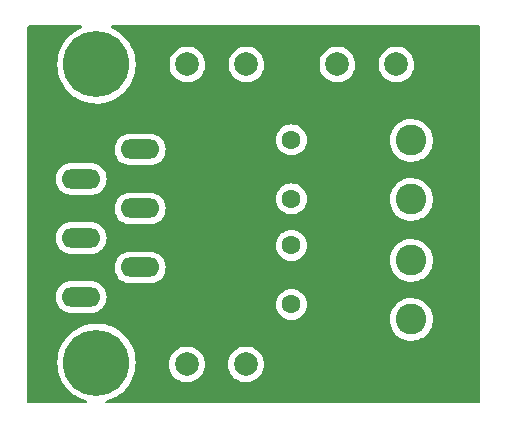
<source format=gbl>
G04 #@! TF.GenerationSoftware,KiCad,Pcbnew,(6.0.5)*
G04 #@! TF.CreationDate,2022-06-23T10:44:57+02:00*
G04 #@! TF.ProjectId,splitter,73706c69-7474-4657-922e-6b696361645f,rev?*
G04 #@! TF.SameCoordinates,Original*
G04 #@! TF.FileFunction,Copper,L2,Bot*
G04 #@! TF.FilePolarity,Positive*
%FSLAX46Y46*%
G04 Gerber Fmt 4.6, Leading zero omitted, Abs format (unit mm)*
G04 Created by KiCad (PCBNEW (6.0.5)) date 2022-06-23 10:44:57*
%MOMM*%
%LPD*%
G01*
G04 APERTURE LIST*
G04 #@! TA.AperFunction,ComponentPad*
%ADD10C,1.600000*%
G04 #@! TD*
G04 #@! TA.AperFunction,ComponentPad*
%ADD11C,3.600000*%
G04 #@! TD*
G04 #@! TA.AperFunction,ConnectorPad*
%ADD12C,5.600000*%
G04 #@! TD*
G04 #@! TA.AperFunction,ComponentPad*
%ADD13C,2.600000*%
G04 #@! TD*
G04 #@! TA.AperFunction,ComponentPad*
%ADD14C,2.000000*%
G04 #@! TD*
G04 #@! TA.AperFunction,ComponentPad*
%ADD15O,3.300000X1.650000*%
G04 #@! TD*
G04 APERTURE END LIST*
D10*
X128270000Y-95210000D03*
X128270000Y-90210000D03*
D11*
X111760000Y-109072710D03*
D12*
X111760000Y-109072710D03*
X111760000Y-83820000D03*
D11*
X111760000Y-83820000D03*
D13*
X138430000Y-105410000D03*
X138430000Y-100410000D03*
D14*
X119420000Y-109220000D03*
X124420000Y-109220000D03*
D15*
X110460000Y-103513500D03*
X115460000Y-101013500D03*
X110460000Y-98513500D03*
X115460000Y-96013500D03*
X110460000Y-93513500D03*
X115460000Y-91013500D03*
D14*
X124460000Y-83820000D03*
X119460000Y-83820000D03*
X137160000Y-83820000D03*
X132160000Y-83820000D03*
D10*
X128270000Y-104140000D03*
X128270000Y-99140000D03*
D13*
X138430000Y-95250000D03*
X138430000Y-90250000D03*
G04 #@! TA.AperFunction,NonConductor*
G36*
X110513008Y-80538502D02*
G01*
X110559501Y-80592158D01*
X110569605Y-80662432D01*
X110540111Y-80727012D01*
X110497538Y-80758972D01*
X110214694Y-80889066D01*
X109907193Y-81073101D01*
X109904467Y-81075163D01*
X109904465Y-81075164D01*
X109898620Y-81079585D01*
X109621367Y-81289270D01*
X109360559Y-81535043D01*
X109127819Y-81807546D01*
X109125900Y-81810358D01*
X109125897Y-81810363D01*
X109032624Y-81947097D01*
X108925871Y-82103591D01*
X108757077Y-82419714D01*
X108623411Y-82752218D01*
X108622491Y-82755492D01*
X108622489Y-82755497D01*
X108620332Y-82763173D01*
X108526437Y-83097213D01*
X108525875Y-83100570D01*
X108525875Y-83100571D01*
X108483733Y-83352406D01*
X108467290Y-83450663D01*
X108446661Y-83808434D01*
X108464792Y-84166340D01*
X108465329Y-84169695D01*
X108465330Y-84169701D01*
X108484946Y-84292167D01*
X108521470Y-84520195D01*
X108616033Y-84865859D01*
X108747374Y-85199288D01*
X108913957Y-85516582D01*
X108915858Y-85519411D01*
X108915864Y-85519421D01*
X109099569Y-85792800D01*
X109113834Y-85814029D01*
X109344665Y-86088150D01*
X109603751Y-86335738D01*
X109888061Y-86553897D01*
X109920056Y-86573350D01*
X110191355Y-86738303D01*
X110191360Y-86738306D01*
X110194270Y-86740075D01*
X110197358Y-86741521D01*
X110197357Y-86741521D01*
X110515710Y-86890649D01*
X110515720Y-86890653D01*
X110518794Y-86892093D01*
X110522012Y-86893195D01*
X110522015Y-86893196D01*
X110854615Y-87007071D01*
X110854623Y-87007073D01*
X110857838Y-87008174D01*
X111207435Y-87086959D01*
X111259728Y-87092917D01*
X111560114Y-87127142D01*
X111560122Y-87127142D01*
X111563497Y-87127527D01*
X111566901Y-87127545D01*
X111566904Y-87127545D01*
X111761227Y-87128562D01*
X111921857Y-87129403D01*
X111925243Y-87129053D01*
X111925245Y-87129053D01*
X112274932Y-87092917D01*
X112274941Y-87092916D01*
X112278324Y-87092566D01*
X112281657Y-87091852D01*
X112281660Y-87091851D01*
X112454186Y-87054864D01*
X112628727Y-87017446D01*
X112968968Y-86904922D01*
X113295066Y-86756311D01*
X113389052Y-86700506D01*
X113600262Y-86575099D01*
X113600267Y-86575096D01*
X113603207Y-86573350D01*
X113889786Y-86358180D01*
X114151451Y-86113319D01*
X114385140Y-85841630D01*
X114491750Y-85686512D01*
X114586190Y-85549101D01*
X114586195Y-85549094D01*
X114588120Y-85546292D01*
X114589732Y-85543298D01*
X114589737Y-85543290D01*
X114742755Y-85259105D01*
X114758017Y-85230760D01*
X114892842Y-84898724D01*
X114903142Y-84862568D01*
X114946768Y-84709416D01*
X114991020Y-84554070D01*
X115051401Y-84200828D01*
X115053511Y-84166340D01*
X115073168Y-83844928D01*
X115073278Y-83843131D01*
X115073359Y-83820000D01*
X117946835Y-83820000D01*
X117965465Y-84056711D01*
X117966619Y-84061518D01*
X117966620Y-84061524D01*
X117992591Y-84169701D01*
X118020895Y-84287594D01*
X118111760Y-84506963D01*
X118114346Y-84511183D01*
X118233241Y-84705202D01*
X118233245Y-84705208D01*
X118235824Y-84709416D01*
X118390031Y-84889969D01*
X118570584Y-85044176D01*
X118574792Y-85046755D01*
X118574798Y-85046759D01*
X118768817Y-85165654D01*
X118773037Y-85168240D01*
X118777607Y-85170133D01*
X118777611Y-85170135D01*
X118931246Y-85233772D01*
X118992406Y-85259105D01*
X119072609Y-85278360D01*
X119218476Y-85313380D01*
X119218482Y-85313381D01*
X119223289Y-85314535D01*
X119460000Y-85333165D01*
X119696711Y-85314535D01*
X119701518Y-85313381D01*
X119701524Y-85313380D01*
X119847391Y-85278360D01*
X119927594Y-85259105D01*
X119988754Y-85233772D01*
X120142389Y-85170135D01*
X120142393Y-85170133D01*
X120146963Y-85168240D01*
X120151183Y-85165654D01*
X120345202Y-85046759D01*
X120345208Y-85046755D01*
X120349416Y-85044176D01*
X120529969Y-84889969D01*
X120684176Y-84709416D01*
X120686755Y-84705208D01*
X120686759Y-84705202D01*
X120805654Y-84511183D01*
X120808240Y-84506963D01*
X120899105Y-84287594D01*
X120927409Y-84169701D01*
X120953380Y-84061524D01*
X120953381Y-84061518D01*
X120954535Y-84056711D01*
X120973165Y-83820000D01*
X122946835Y-83820000D01*
X122965465Y-84056711D01*
X122966619Y-84061518D01*
X122966620Y-84061524D01*
X122992591Y-84169701D01*
X123020895Y-84287594D01*
X123111760Y-84506963D01*
X123114346Y-84511183D01*
X123233241Y-84705202D01*
X123233245Y-84705208D01*
X123235824Y-84709416D01*
X123390031Y-84889969D01*
X123570584Y-85044176D01*
X123574792Y-85046755D01*
X123574798Y-85046759D01*
X123768817Y-85165654D01*
X123773037Y-85168240D01*
X123777607Y-85170133D01*
X123777611Y-85170135D01*
X123931246Y-85233772D01*
X123992406Y-85259105D01*
X124072609Y-85278360D01*
X124218476Y-85313380D01*
X124218482Y-85313381D01*
X124223289Y-85314535D01*
X124460000Y-85333165D01*
X124696711Y-85314535D01*
X124701518Y-85313381D01*
X124701524Y-85313380D01*
X124847391Y-85278360D01*
X124927594Y-85259105D01*
X124988754Y-85233772D01*
X125142389Y-85170135D01*
X125142393Y-85170133D01*
X125146963Y-85168240D01*
X125151183Y-85165654D01*
X125345202Y-85046759D01*
X125345208Y-85046755D01*
X125349416Y-85044176D01*
X125529969Y-84889969D01*
X125684176Y-84709416D01*
X125686755Y-84705208D01*
X125686759Y-84705202D01*
X125805654Y-84511183D01*
X125808240Y-84506963D01*
X125899105Y-84287594D01*
X125927409Y-84169701D01*
X125953380Y-84061524D01*
X125953381Y-84061518D01*
X125954535Y-84056711D01*
X125973165Y-83820000D01*
X130646835Y-83820000D01*
X130665465Y-84056711D01*
X130666619Y-84061518D01*
X130666620Y-84061524D01*
X130692591Y-84169701D01*
X130720895Y-84287594D01*
X130811760Y-84506963D01*
X130814346Y-84511183D01*
X130933241Y-84705202D01*
X130933245Y-84705208D01*
X130935824Y-84709416D01*
X131090031Y-84889969D01*
X131270584Y-85044176D01*
X131274792Y-85046755D01*
X131274798Y-85046759D01*
X131468817Y-85165654D01*
X131473037Y-85168240D01*
X131477607Y-85170133D01*
X131477611Y-85170135D01*
X131631246Y-85233772D01*
X131692406Y-85259105D01*
X131772609Y-85278360D01*
X131918476Y-85313380D01*
X131918482Y-85313381D01*
X131923289Y-85314535D01*
X132160000Y-85333165D01*
X132396711Y-85314535D01*
X132401518Y-85313381D01*
X132401524Y-85313380D01*
X132547391Y-85278360D01*
X132627594Y-85259105D01*
X132688754Y-85233772D01*
X132842389Y-85170135D01*
X132842393Y-85170133D01*
X132846963Y-85168240D01*
X132851183Y-85165654D01*
X133045202Y-85046759D01*
X133045208Y-85046755D01*
X133049416Y-85044176D01*
X133229969Y-84889969D01*
X133384176Y-84709416D01*
X133386755Y-84705208D01*
X133386759Y-84705202D01*
X133505654Y-84511183D01*
X133508240Y-84506963D01*
X133599105Y-84287594D01*
X133627409Y-84169701D01*
X133653380Y-84061524D01*
X133653381Y-84061518D01*
X133654535Y-84056711D01*
X133673165Y-83820000D01*
X135646835Y-83820000D01*
X135665465Y-84056711D01*
X135666619Y-84061518D01*
X135666620Y-84061524D01*
X135692591Y-84169701D01*
X135720895Y-84287594D01*
X135811760Y-84506963D01*
X135814346Y-84511183D01*
X135933241Y-84705202D01*
X135933245Y-84705208D01*
X135935824Y-84709416D01*
X136090031Y-84889969D01*
X136270584Y-85044176D01*
X136274792Y-85046755D01*
X136274798Y-85046759D01*
X136468817Y-85165654D01*
X136473037Y-85168240D01*
X136477607Y-85170133D01*
X136477611Y-85170135D01*
X136631246Y-85233772D01*
X136692406Y-85259105D01*
X136772609Y-85278360D01*
X136918476Y-85313380D01*
X136918482Y-85313381D01*
X136923289Y-85314535D01*
X137160000Y-85333165D01*
X137396711Y-85314535D01*
X137401518Y-85313381D01*
X137401524Y-85313380D01*
X137547391Y-85278360D01*
X137627594Y-85259105D01*
X137688754Y-85233772D01*
X137842389Y-85170135D01*
X137842393Y-85170133D01*
X137846963Y-85168240D01*
X137851183Y-85165654D01*
X138045202Y-85046759D01*
X138045208Y-85046755D01*
X138049416Y-85044176D01*
X138229969Y-84889969D01*
X138384176Y-84709416D01*
X138386755Y-84705208D01*
X138386759Y-84705202D01*
X138505654Y-84511183D01*
X138508240Y-84506963D01*
X138599105Y-84287594D01*
X138627409Y-84169701D01*
X138653380Y-84061524D01*
X138653381Y-84061518D01*
X138654535Y-84056711D01*
X138673165Y-83820000D01*
X138654535Y-83583289D01*
X138599105Y-83352406D01*
X138508240Y-83133037D01*
X138484278Y-83093935D01*
X138386759Y-82934798D01*
X138386755Y-82934792D01*
X138384176Y-82930584D01*
X138229969Y-82750031D01*
X138049416Y-82595824D01*
X138045208Y-82593245D01*
X138045202Y-82593241D01*
X137851183Y-82474346D01*
X137846963Y-82471760D01*
X137842393Y-82469867D01*
X137842389Y-82469865D01*
X137632167Y-82382789D01*
X137632165Y-82382788D01*
X137627594Y-82380895D01*
X137547391Y-82361640D01*
X137401524Y-82326620D01*
X137401518Y-82326619D01*
X137396711Y-82325465D01*
X137160000Y-82306835D01*
X136923289Y-82325465D01*
X136918482Y-82326619D01*
X136918476Y-82326620D01*
X136772609Y-82361640D01*
X136692406Y-82380895D01*
X136687835Y-82382788D01*
X136687833Y-82382789D01*
X136477611Y-82469865D01*
X136477607Y-82469867D01*
X136473037Y-82471760D01*
X136468817Y-82474346D01*
X136274798Y-82593241D01*
X136274792Y-82593245D01*
X136270584Y-82595824D01*
X136090031Y-82750031D01*
X135935824Y-82930584D01*
X135933245Y-82934792D01*
X135933241Y-82934798D01*
X135835722Y-83093935D01*
X135811760Y-83133037D01*
X135720895Y-83352406D01*
X135665465Y-83583289D01*
X135646835Y-83820000D01*
X133673165Y-83820000D01*
X133654535Y-83583289D01*
X133599105Y-83352406D01*
X133508240Y-83133037D01*
X133484278Y-83093935D01*
X133386759Y-82934798D01*
X133386755Y-82934792D01*
X133384176Y-82930584D01*
X133229969Y-82750031D01*
X133049416Y-82595824D01*
X133045208Y-82593245D01*
X133045202Y-82593241D01*
X132851183Y-82474346D01*
X132846963Y-82471760D01*
X132842393Y-82469867D01*
X132842389Y-82469865D01*
X132632167Y-82382789D01*
X132632165Y-82382788D01*
X132627594Y-82380895D01*
X132547391Y-82361640D01*
X132401524Y-82326620D01*
X132401518Y-82326619D01*
X132396711Y-82325465D01*
X132160000Y-82306835D01*
X131923289Y-82325465D01*
X131918482Y-82326619D01*
X131918476Y-82326620D01*
X131772609Y-82361640D01*
X131692406Y-82380895D01*
X131687835Y-82382788D01*
X131687833Y-82382789D01*
X131477611Y-82469865D01*
X131477607Y-82469867D01*
X131473037Y-82471760D01*
X131468817Y-82474346D01*
X131274798Y-82593241D01*
X131274792Y-82593245D01*
X131270584Y-82595824D01*
X131090031Y-82750031D01*
X130935824Y-82930584D01*
X130933245Y-82934792D01*
X130933241Y-82934798D01*
X130835722Y-83093935D01*
X130811760Y-83133037D01*
X130720895Y-83352406D01*
X130665465Y-83583289D01*
X130646835Y-83820000D01*
X125973165Y-83820000D01*
X125954535Y-83583289D01*
X125899105Y-83352406D01*
X125808240Y-83133037D01*
X125784278Y-83093935D01*
X125686759Y-82934798D01*
X125686755Y-82934792D01*
X125684176Y-82930584D01*
X125529969Y-82750031D01*
X125349416Y-82595824D01*
X125345208Y-82593245D01*
X125345202Y-82593241D01*
X125151183Y-82474346D01*
X125146963Y-82471760D01*
X125142393Y-82469867D01*
X125142389Y-82469865D01*
X124932167Y-82382789D01*
X124932165Y-82382788D01*
X124927594Y-82380895D01*
X124847391Y-82361640D01*
X124701524Y-82326620D01*
X124701518Y-82326619D01*
X124696711Y-82325465D01*
X124460000Y-82306835D01*
X124223289Y-82325465D01*
X124218482Y-82326619D01*
X124218476Y-82326620D01*
X124072609Y-82361640D01*
X123992406Y-82380895D01*
X123987835Y-82382788D01*
X123987833Y-82382789D01*
X123777611Y-82469865D01*
X123777607Y-82469867D01*
X123773037Y-82471760D01*
X123768817Y-82474346D01*
X123574798Y-82593241D01*
X123574792Y-82593245D01*
X123570584Y-82595824D01*
X123390031Y-82750031D01*
X123235824Y-82930584D01*
X123233245Y-82934792D01*
X123233241Y-82934798D01*
X123135722Y-83093935D01*
X123111760Y-83133037D01*
X123020895Y-83352406D01*
X122965465Y-83583289D01*
X122946835Y-83820000D01*
X120973165Y-83820000D01*
X120954535Y-83583289D01*
X120899105Y-83352406D01*
X120808240Y-83133037D01*
X120784278Y-83093935D01*
X120686759Y-82934798D01*
X120686755Y-82934792D01*
X120684176Y-82930584D01*
X120529969Y-82750031D01*
X120349416Y-82595824D01*
X120345208Y-82593245D01*
X120345202Y-82593241D01*
X120151183Y-82474346D01*
X120146963Y-82471760D01*
X120142393Y-82469867D01*
X120142389Y-82469865D01*
X119932167Y-82382789D01*
X119932165Y-82382788D01*
X119927594Y-82380895D01*
X119847391Y-82361640D01*
X119701524Y-82326620D01*
X119701518Y-82326619D01*
X119696711Y-82325465D01*
X119460000Y-82306835D01*
X119223289Y-82325465D01*
X119218482Y-82326619D01*
X119218476Y-82326620D01*
X119072609Y-82361640D01*
X118992406Y-82380895D01*
X118987835Y-82382788D01*
X118987833Y-82382789D01*
X118777611Y-82469865D01*
X118777607Y-82469867D01*
X118773037Y-82471760D01*
X118768817Y-82474346D01*
X118574798Y-82593241D01*
X118574792Y-82593245D01*
X118570584Y-82595824D01*
X118390031Y-82750031D01*
X118235824Y-82930584D01*
X118233245Y-82934792D01*
X118233241Y-82934798D01*
X118135722Y-83093935D01*
X118111760Y-83133037D01*
X118020895Y-83352406D01*
X117965465Y-83583289D01*
X117946835Y-83820000D01*
X115073359Y-83820000D01*
X115053979Y-83462159D01*
X114996066Y-83108505D01*
X114900297Y-82763173D01*
X114897243Y-82755497D01*
X114769052Y-82433369D01*
X114767793Y-82430205D01*
X114702472Y-82306835D01*
X114601702Y-82116513D01*
X114601698Y-82116506D01*
X114600103Y-82113494D01*
X114399190Y-81816746D01*
X114167403Y-81543432D01*
X113907454Y-81296750D01*
X113622384Y-81079585D01*
X113619472Y-81077828D01*
X113619467Y-81077825D01*
X113318443Y-80896236D01*
X113318437Y-80896233D01*
X113315528Y-80894478D01*
X113146496Y-80816016D01*
X113023208Y-80758787D01*
X112969841Y-80711963D01*
X112950261Y-80643720D01*
X112970685Y-80575724D01*
X113024627Y-80529565D01*
X113076259Y-80518500D01*
X144145500Y-80518500D01*
X144213621Y-80538502D01*
X144260114Y-80592158D01*
X144271500Y-80644500D01*
X144271500Y-112395500D01*
X144251498Y-112463621D01*
X144197842Y-112510114D01*
X144145500Y-112521500D01*
X112645143Y-112521500D01*
X112577022Y-112501498D01*
X112530529Y-112447842D01*
X112520425Y-112377568D01*
X112549919Y-112312988D01*
X112609645Y-112274604D01*
X112618731Y-112272299D01*
X112619355Y-112272165D01*
X112628727Y-112270156D01*
X112968968Y-112157632D01*
X113295066Y-112009021D01*
X113389052Y-111953216D01*
X113600262Y-111827809D01*
X113600267Y-111827806D01*
X113603207Y-111826060D01*
X113889786Y-111610890D01*
X114151451Y-111366029D01*
X114385140Y-111094340D01*
X114491750Y-110939222D01*
X114586190Y-110801811D01*
X114586195Y-110801804D01*
X114588120Y-110799002D01*
X114589732Y-110796008D01*
X114589737Y-110796000D01*
X114756395Y-110486482D01*
X114758017Y-110483470D01*
X114892842Y-110151434D01*
X114903142Y-110115278D01*
X114963785Y-109902389D01*
X114991020Y-109806780D01*
X115011393Y-109687594D01*
X115050829Y-109456885D01*
X115050829Y-109456883D01*
X115051401Y-109453538D01*
X115053511Y-109419050D01*
X115065685Y-109220000D01*
X117906835Y-109220000D01*
X117925465Y-109456711D01*
X117980895Y-109687594D01*
X117982788Y-109692165D01*
X117982789Y-109692167D01*
X118028875Y-109803428D01*
X118071760Y-109906963D01*
X118074346Y-109911183D01*
X118193241Y-110105202D01*
X118193245Y-110105208D01*
X118195824Y-110109416D01*
X118350031Y-110289969D01*
X118530584Y-110444176D01*
X118534792Y-110446755D01*
X118534798Y-110446759D01*
X118728817Y-110565654D01*
X118733037Y-110568240D01*
X118737607Y-110570133D01*
X118737611Y-110570135D01*
X118947833Y-110657211D01*
X118952406Y-110659105D01*
X119032609Y-110678360D01*
X119178476Y-110713380D01*
X119178482Y-110713381D01*
X119183289Y-110714535D01*
X119420000Y-110733165D01*
X119656711Y-110714535D01*
X119661518Y-110713381D01*
X119661524Y-110713380D01*
X119807391Y-110678360D01*
X119887594Y-110659105D01*
X119892167Y-110657211D01*
X120102389Y-110570135D01*
X120102393Y-110570133D01*
X120106963Y-110568240D01*
X120111183Y-110565654D01*
X120305202Y-110446759D01*
X120305208Y-110446755D01*
X120309416Y-110444176D01*
X120489969Y-110289969D01*
X120644176Y-110109416D01*
X120646755Y-110105208D01*
X120646759Y-110105202D01*
X120765654Y-109911183D01*
X120768240Y-109906963D01*
X120811126Y-109803428D01*
X120857211Y-109692167D01*
X120857212Y-109692165D01*
X120859105Y-109687594D01*
X120914535Y-109456711D01*
X120933165Y-109220000D01*
X122906835Y-109220000D01*
X122925465Y-109456711D01*
X122980895Y-109687594D01*
X122982788Y-109692165D01*
X122982789Y-109692167D01*
X123028875Y-109803428D01*
X123071760Y-109906963D01*
X123074346Y-109911183D01*
X123193241Y-110105202D01*
X123193245Y-110105208D01*
X123195824Y-110109416D01*
X123350031Y-110289969D01*
X123530584Y-110444176D01*
X123534792Y-110446755D01*
X123534798Y-110446759D01*
X123728817Y-110565654D01*
X123733037Y-110568240D01*
X123737607Y-110570133D01*
X123737611Y-110570135D01*
X123947833Y-110657211D01*
X123952406Y-110659105D01*
X124032609Y-110678360D01*
X124178476Y-110713380D01*
X124178482Y-110713381D01*
X124183289Y-110714535D01*
X124420000Y-110733165D01*
X124656711Y-110714535D01*
X124661518Y-110713381D01*
X124661524Y-110713380D01*
X124807391Y-110678360D01*
X124887594Y-110659105D01*
X124892167Y-110657211D01*
X125102389Y-110570135D01*
X125102393Y-110570133D01*
X125106963Y-110568240D01*
X125111183Y-110565654D01*
X125305202Y-110446759D01*
X125305208Y-110446755D01*
X125309416Y-110444176D01*
X125489969Y-110289969D01*
X125644176Y-110109416D01*
X125646755Y-110105208D01*
X125646759Y-110105202D01*
X125765654Y-109911183D01*
X125768240Y-109906963D01*
X125811126Y-109803428D01*
X125857211Y-109692167D01*
X125857212Y-109692165D01*
X125859105Y-109687594D01*
X125914535Y-109456711D01*
X125933165Y-109220000D01*
X125914535Y-108983289D01*
X125859105Y-108752406D01*
X125843557Y-108714869D01*
X125770135Y-108537611D01*
X125770133Y-108537607D01*
X125768240Y-108533037D01*
X125662947Y-108361215D01*
X125646759Y-108334798D01*
X125646755Y-108334792D01*
X125644176Y-108330584D01*
X125489969Y-108150031D01*
X125309416Y-107995824D01*
X125305208Y-107993245D01*
X125305202Y-107993241D01*
X125111183Y-107874346D01*
X125106963Y-107871760D01*
X125102393Y-107869867D01*
X125102389Y-107869865D01*
X124892167Y-107782789D01*
X124892165Y-107782788D01*
X124887594Y-107780895D01*
X124807391Y-107761640D01*
X124661524Y-107726620D01*
X124661518Y-107726619D01*
X124656711Y-107725465D01*
X124420000Y-107706835D01*
X124183289Y-107725465D01*
X124178482Y-107726619D01*
X124178476Y-107726620D01*
X124032609Y-107761640D01*
X123952406Y-107780895D01*
X123947835Y-107782788D01*
X123947833Y-107782789D01*
X123737611Y-107869865D01*
X123737607Y-107869867D01*
X123733037Y-107871760D01*
X123728817Y-107874346D01*
X123534798Y-107993241D01*
X123534792Y-107993245D01*
X123530584Y-107995824D01*
X123350031Y-108150031D01*
X123195824Y-108330584D01*
X123193245Y-108334792D01*
X123193241Y-108334798D01*
X123177053Y-108361215D01*
X123071760Y-108533037D01*
X123069867Y-108537607D01*
X123069865Y-108537611D01*
X122996443Y-108714869D01*
X122980895Y-108752406D01*
X122925465Y-108983289D01*
X122906835Y-109220000D01*
X120933165Y-109220000D01*
X120914535Y-108983289D01*
X120859105Y-108752406D01*
X120843557Y-108714869D01*
X120770135Y-108537611D01*
X120770133Y-108537607D01*
X120768240Y-108533037D01*
X120662947Y-108361215D01*
X120646759Y-108334798D01*
X120646755Y-108334792D01*
X120644176Y-108330584D01*
X120489969Y-108150031D01*
X120309416Y-107995824D01*
X120305208Y-107993245D01*
X120305202Y-107993241D01*
X120111183Y-107874346D01*
X120106963Y-107871760D01*
X120102393Y-107869867D01*
X120102389Y-107869865D01*
X119892167Y-107782789D01*
X119892165Y-107782788D01*
X119887594Y-107780895D01*
X119807391Y-107761640D01*
X119661524Y-107726620D01*
X119661518Y-107726619D01*
X119656711Y-107725465D01*
X119420000Y-107706835D01*
X119183289Y-107725465D01*
X119178482Y-107726619D01*
X119178476Y-107726620D01*
X119032609Y-107761640D01*
X118952406Y-107780895D01*
X118947835Y-107782788D01*
X118947833Y-107782789D01*
X118737611Y-107869865D01*
X118737607Y-107869867D01*
X118733037Y-107871760D01*
X118728817Y-107874346D01*
X118534798Y-107993241D01*
X118534792Y-107993245D01*
X118530584Y-107995824D01*
X118350031Y-108150031D01*
X118195824Y-108330584D01*
X118193245Y-108334792D01*
X118193241Y-108334798D01*
X118177053Y-108361215D01*
X118071760Y-108533037D01*
X118069867Y-108537607D01*
X118069865Y-108537611D01*
X117996443Y-108714869D01*
X117980895Y-108752406D01*
X117925465Y-108983289D01*
X117906835Y-109220000D01*
X115065685Y-109220000D01*
X115073168Y-109097638D01*
X115073278Y-109095841D01*
X115073359Y-109072710D01*
X115053979Y-108714869D01*
X114996066Y-108361215D01*
X114900297Y-108015883D01*
X114897243Y-108008207D01*
X114769052Y-107686079D01*
X114767793Y-107682915D01*
X114737768Y-107626208D01*
X114601702Y-107369223D01*
X114601698Y-107369216D01*
X114600103Y-107366204D01*
X114399190Y-107069456D01*
X114356110Y-107018657D01*
X114238239Y-106879669D01*
X114167403Y-106796142D01*
X113907454Y-106549460D01*
X113622384Y-106332295D01*
X113619472Y-106330538D01*
X113619467Y-106330535D01*
X113318443Y-106148946D01*
X113318437Y-106148943D01*
X113315528Y-106147188D01*
X112990475Y-105996303D01*
X112820752Y-105938855D01*
X112654255Y-105882499D01*
X112654250Y-105882498D01*
X112651028Y-105881407D01*
X112452681Y-105837434D01*
X112304493Y-105804581D01*
X112304487Y-105804580D01*
X112301158Y-105803842D01*
X112297769Y-105803468D01*
X112297764Y-105803467D01*
X111948338Y-105764890D01*
X111948333Y-105764890D01*
X111944957Y-105764517D01*
X111941558Y-105764511D01*
X111941557Y-105764511D01*
X111772080Y-105764215D01*
X111586592Y-105763892D01*
X111473413Y-105775987D01*
X111233639Y-105801611D01*
X111233631Y-105801612D01*
X111230256Y-105801973D01*
X110880117Y-105878316D01*
X110540271Y-105992027D01*
X110537178Y-105993449D01*
X110537177Y-105993450D01*
X110447837Y-106034542D01*
X110214694Y-106141776D01*
X110211760Y-106143532D01*
X110211758Y-106143533D01*
X109998609Y-106271100D01*
X109907193Y-106325811D01*
X109904467Y-106327873D01*
X109904465Y-106327874D01*
X109829684Y-106384431D01*
X109621367Y-106541980D01*
X109360559Y-106787753D01*
X109127819Y-107060256D01*
X109125900Y-107063068D01*
X109125897Y-107063073D01*
X109057973Y-107162647D01*
X108925871Y-107356301D01*
X108757077Y-107672424D01*
X108623411Y-108004928D01*
X108622491Y-108008202D01*
X108622489Y-108008207D01*
X108532930Y-108326825D01*
X108526437Y-108349923D01*
X108525875Y-108353280D01*
X108525875Y-108353281D01*
X108496501Y-108528817D01*
X108467290Y-108703373D01*
X108446661Y-109061144D01*
X108464792Y-109419050D01*
X108465329Y-109422405D01*
X108465330Y-109422411D01*
X108470034Y-109451777D01*
X108521470Y-109772905D01*
X108616033Y-110118569D01*
X108747374Y-110451998D01*
X108778151Y-110510619D01*
X108885413Y-110714923D01*
X108913957Y-110769292D01*
X108915858Y-110772121D01*
X108915864Y-110772131D01*
X109099569Y-111045510D01*
X109113834Y-111066739D01*
X109344665Y-111340860D01*
X109603751Y-111588448D01*
X109888061Y-111806607D01*
X109920056Y-111826060D01*
X110191355Y-111991013D01*
X110191360Y-111991016D01*
X110194270Y-111992785D01*
X110197358Y-111994231D01*
X110197357Y-111994231D01*
X110515710Y-112143359D01*
X110515720Y-112143363D01*
X110518794Y-112144803D01*
X110522012Y-112145905D01*
X110522015Y-112145906D01*
X110854615Y-112259781D01*
X110854623Y-112259783D01*
X110857838Y-112260884D01*
X110861168Y-112261634D01*
X110861170Y-112261635D01*
X110909750Y-112272583D01*
X110971807Y-112307071D01*
X111005367Y-112369635D01*
X110999774Y-112440411D01*
X110956805Y-112496928D01*
X110890101Y-112521242D01*
X110882050Y-112521500D01*
X106044500Y-112521500D01*
X105976379Y-112501498D01*
X105929886Y-112447842D01*
X105918500Y-112395500D01*
X105918500Y-103513500D01*
X108296406Y-103513500D01*
X108316742Y-103745944D01*
X108318166Y-103751257D01*
X108318166Y-103751259D01*
X108362682Y-103917393D01*
X108377133Y-103971326D01*
X108379455Y-103976306D01*
X108379456Y-103976308D01*
X108473418Y-104177810D01*
X108473421Y-104177815D01*
X108475744Y-104182797D01*
X108478900Y-104187304D01*
X108478901Y-104187306D01*
X108600416Y-104360847D01*
X108609578Y-104373932D01*
X108774568Y-104538922D01*
X108779076Y-104542079D01*
X108779079Y-104542081D01*
X108909771Y-104633592D01*
X108965703Y-104672756D01*
X108970685Y-104675079D01*
X108970690Y-104675082D01*
X109172192Y-104769044D01*
X109177174Y-104771367D01*
X109182482Y-104772789D01*
X109182484Y-104772790D01*
X109253053Y-104791699D01*
X109402556Y-104831758D01*
X109486214Y-104839077D01*
X109574050Y-104846762D01*
X109574059Y-104846762D01*
X109576775Y-104847000D01*
X111343225Y-104847000D01*
X111345941Y-104846762D01*
X111345950Y-104846762D01*
X111433786Y-104839077D01*
X111517444Y-104831758D01*
X111666947Y-104791699D01*
X111737516Y-104772790D01*
X111737518Y-104772789D01*
X111742826Y-104771367D01*
X111747808Y-104769044D01*
X111949310Y-104675082D01*
X111949315Y-104675079D01*
X111954297Y-104672756D01*
X112010229Y-104633592D01*
X112140921Y-104542081D01*
X112140924Y-104542079D01*
X112145432Y-104538922D01*
X112310422Y-104373932D01*
X112319585Y-104360847D01*
X112441099Y-104187306D01*
X112441100Y-104187304D01*
X112444256Y-104182797D01*
X112446579Y-104177815D01*
X112446582Y-104177810D01*
X112464213Y-104140000D01*
X126956502Y-104140000D01*
X126976457Y-104368087D01*
X126977881Y-104373400D01*
X126977881Y-104373402D01*
X127033952Y-104582658D01*
X127035716Y-104589243D01*
X127038039Y-104594224D01*
X127038039Y-104594225D01*
X127130151Y-104791762D01*
X127130154Y-104791767D01*
X127132477Y-104796749D01*
X127263802Y-104984300D01*
X127425700Y-105146198D01*
X127430208Y-105149355D01*
X127430211Y-105149357D01*
X127508389Y-105204098D01*
X127613251Y-105277523D01*
X127618233Y-105279846D01*
X127618238Y-105279849D01*
X127815775Y-105371961D01*
X127820757Y-105374284D01*
X127826065Y-105375706D01*
X127826067Y-105375707D01*
X128036598Y-105432119D01*
X128036600Y-105432119D01*
X128041913Y-105433543D01*
X128270000Y-105453498D01*
X128498087Y-105433543D01*
X128503400Y-105432119D01*
X128503402Y-105432119D01*
X128713933Y-105375707D01*
X128713935Y-105375706D01*
X128719243Y-105374284D01*
X128724225Y-105371961D01*
X128744459Y-105362526D01*
X136617050Y-105362526D01*
X136617274Y-105367192D01*
X136617274Y-105367197D01*
X136617683Y-105375707D01*
X136629947Y-105631019D01*
X136682388Y-105894656D01*
X136773220Y-106147646D01*
X136900450Y-106384431D01*
X136903241Y-106388168D01*
X136903245Y-106388175D01*
X136984887Y-106497506D01*
X137061281Y-106599810D01*
X137064590Y-106603090D01*
X137064595Y-106603096D01*
X137248510Y-106785412D01*
X137252180Y-106789050D01*
X137255942Y-106791808D01*
X137255945Y-106791811D01*
X137258654Y-106793797D01*
X137468954Y-106947995D01*
X137473089Y-106950171D01*
X137473093Y-106950173D01*
X137677406Y-107057668D01*
X137706840Y-107073154D01*
X137960613Y-107161775D01*
X137965206Y-107162647D01*
X138220109Y-107211042D01*
X138220112Y-107211042D01*
X138224698Y-107211913D01*
X138352370Y-107216929D01*
X138488625Y-107222283D01*
X138488630Y-107222283D01*
X138493293Y-107222466D01*
X138597607Y-107211042D01*
X138755844Y-107193713D01*
X138755850Y-107193712D01*
X138760497Y-107193203D01*
X138765021Y-107192012D01*
X139015918Y-107125956D01*
X139015920Y-107125955D01*
X139020441Y-107124765D01*
X139024738Y-107122919D01*
X139263120Y-107020502D01*
X139263122Y-107020501D01*
X139267414Y-107018657D01*
X139386071Y-106945230D01*
X139492017Y-106879669D01*
X139492021Y-106879666D01*
X139495990Y-106877210D01*
X139701149Y-106703530D01*
X139878382Y-106501434D01*
X140023797Y-106275361D01*
X140134199Y-106030278D01*
X140171209Y-105899051D01*
X140205893Y-105776072D01*
X140205894Y-105776069D01*
X140207163Y-105771568D01*
X140225043Y-105631019D01*
X140240688Y-105508045D01*
X140240688Y-105508041D01*
X140241086Y-105504915D01*
X140243571Y-105410000D01*
X140223650Y-105141937D01*
X140187981Y-104984300D01*
X140165361Y-104884331D01*
X140165360Y-104884326D01*
X140164327Y-104879763D01*
X140066902Y-104629238D01*
X139933518Y-104395864D01*
X139919301Y-104377829D01*
X139867416Y-104312014D01*
X139767105Y-104184769D01*
X139571317Y-104000591D01*
X139350457Y-103847374D01*
X139346264Y-103845306D01*
X139113564Y-103730551D01*
X139113561Y-103730550D01*
X139109376Y-103728486D01*
X139061745Y-103713239D01*
X138991510Y-103690757D01*
X138853370Y-103646538D01*
X138848763Y-103645788D01*
X138848760Y-103645787D01*
X138592674Y-103604081D01*
X138592675Y-103604081D01*
X138588063Y-103603330D01*
X138457719Y-103601624D01*
X138323961Y-103599873D01*
X138323958Y-103599873D01*
X138319284Y-103599812D01*
X138052937Y-103636060D01*
X137794874Y-103711278D01*
X137550763Y-103823815D01*
X137546854Y-103826378D01*
X137329881Y-103968631D01*
X137329876Y-103968635D01*
X137325968Y-103971197D01*
X137322476Y-103974314D01*
X137136841Y-104140000D01*
X137125426Y-104150188D01*
X136953544Y-104356854D01*
X136814096Y-104586656D01*
X136710148Y-104834545D01*
X136643981Y-105095077D01*
X136617050Y-105362526D01*
X128744459Y-105362526D01*
X128921762Y-105279849D01*
X128921767Y-105279846D01*
X128926749Y-105277523D01*
X129031611Y-105204098D01*
X129109789Y-105149357D01*
X129109792Y-105149355D01*
X129114300Y-105146198D01*
X129276198Y-104984300D01*
X129407523Y-104796749D01*
X129409846Y-104791767D01*
X129409849Y-104791762D01*
X129501961Y-104594225D01*
X129501961Y-104594224D01*
X129504284Y-104589243D01*
X129506049Y-104582658D01*
X129562119Y-104373402D01*
X129562119Y-104373400D01*
X129563543Y-104368087D01*
X129583498Y-104140000D01*
X129563543Y-103911913D01*
X129520496Y-103751259D01*
X129505707Y-103696067D01*
X129505706Y-103696065D01*
X129504284Y-103690757D01*
X129484329Y-103647963D01*
X129409849Y-103488238D01*
X129409846Y-103488233D01*
X129407523Y-103483251D01*
X129276198Y-103295700D01*
X129114300Y-103133802D01*
X129109792Y-103130645D01*
X129109789Y-103130643D01*
X128995607Y-103050692D01*
X128926749Y-103002477D01*
X128921767Y-103000154D01*
X128921762Y-103000151D01*
X128724225Y-102908039D01*
X128724224Y-102908039D01*
X128719243Y-102905716D01*
X128713935Y-102904294D01*
X128713933Y-102904293D01*
X128503402Y-102847881D01*
X128503400Y-102847881D01*
X128498087Y-102846457D01*
X128270000Y-102826502D01*
X128041913Y-102846457D01*
X128036600Y-102847881D01*
X128036598Y-102847881D01*
X127826067Y-102904293D01*
X127826065Y-102904294D01*
X127820757Y-102905716D01*
X127815776Y-102908039D01*
X127815775Y-102908039D01*
X127618238Y-103000151D01*
X127618233Y-103000154D01*
X127613251Y-103002477D01*
X127544393Y-103050692D01*
X127430211Y-103130643D01*
X127430208Y-103130645D01*
X127425700Y-103133802D01*
X127263802Y-103295700D01*
X127132477Y-103483251D01*
X127130154Y-103488233D01*
X127130151Y-103488238D01*
X127055671Y-103647963D01*
X127035716Y-103690757D01*
X127034294Y-103696065D01*
X127034293Y-103696067D01*
X127019504Y-103751259D01*
X126976457Y-103911913D01*
X126956502Y-104140000D01*
X112464213Y-104140000D01*
X112540544Y-103976308D01*
X112540545Y-103976306D01*
X112542867Y-103971326D01*
X112557319Y-103917393D01*
X112601834Y-103751259D01*
X112601834Y-103751257D01*
X112603258Y-103745944D01*
X112623594Y-103513500D01*
X112603258Y-103281056D01*
X112564846Y-103137699D01*
X112544290Y-103060984D01*
X112544289Y-103060982D01*
X112542867Y-103055674D01*
X112516976Y-103000151D01*
X112446582Y-102849190D01*
X112446579Y-102849185D01*
X112444256Y-102844203D01*
X112310422Y-102653068D01*
X112145432Y-102488078D01*
X112140924Y-102484921D01*
X112140921Y-102484919D01*
X111958806Y-102357401D01*
X111958804Y-102357400D01*
X111954297Y-102354244D01*
X111949315Y-102351921D01*
X111949310Y-102351918D01*
X111747808Y-102257956D01*
X111747806Y-102257955D01*
X111742826Y-102255633D01*
X111737518Y-102254211D01*
X111737516Y-102254210D01*
X111618362Y-102222283D01*
X111517444Y-102195242D01*
X111426146Y-102187255D01*
X111345950Y-102180238D01*
X111345941Y-102180238D01*
X111343225Y-102180000D01*
X109576775Y-102180000D01*
X109574059Y-102180238D01*
X109574050Y-102180238D01*
X109493854Y-102187255D01*
X109402556Y-102195242D01*
X109301638Y-102222283D01*
X109182484Y-102254210D01*
X109182482Y-102254211D01*
X109177174Y-102255633D01*
X109172194Y-102257955D01*
X109172192Y-102257956D01*
X108970690Y-102351918D01*
X108970685Y-102351921D01*
X108965703Y-102354244D01*
X108961196Y-102357400D01*
X108961194Y-102357401D01*
X108779079Y-102484919D01*
X108779076Y-102484921D01*
X108774568Y-102488078D01*
X108609578Y-102653068D01*
X108475744Y-102844203D01*
X108473421Y-102849185D01*
X108473418Y-102849190D01*
X108403024Y-103000151D01*
X108377133Y-103055674D01*
X108375711Y-103060982D01*
X108375710Y-103060984D01*
X108355154Y-103137699D01*
X108316742Y-103281056D01*
X108296406Y-103513500D01*
X105918500Y-103513500D01*
X105918500Y-101013500D01*
X113296406Y-101013500D01*
X113316742Y-101245944D01*
X113318166Y-101251257D01*
X113318166Y-101251259D01*
X113353850Y-101384431D01*
X113377133Y-101471326D01*
X113379455Y-101476306D01*
X113379456Y-101476308D01*
X113473418Y-101677810D01*
X113473421Y-101677815D01*
X113475744Y-101682797D01*
X113478900Y-101687304D01*
X113478901Y-101687306D01*
X113547841Y-101785762D01*
X113609578Y-101873932D01*
X113774568Y-102038922D01*
X113779076Y-102042079D01*
X113779079Y-102042081D01*
X113961194Y-102169599D01*
X113965703Y-102172756D01*
X113970685Y-102175079D01*
X113970690Y-102175082D01*
X114143432Y-102255633D01*
X114177174Y-102271367D01*
X114182482Y-102272789D01*
X114182484Y-102272790D01*
X114253053Y-102291699D01*
X114402556Y-102331758D01*
X114493854Y-102339745D01*
X114574050Y-102346762D01*
X114574059Y-102346762D01*
X114576775Y-102347000D01*
X116343225Y-102347000D01*
X116345941Y-102346762D01*
X116345950Y-102346762D01*
X116426146Y-102339745D01*
X116517444Y-102331758D01*
X116666947Y-102291699D01*
X116737516Y-102272790D01*
X116737518Y-102272789D01*
X116742826Y-102271367D01*
X116776568Y-102255633D01*
X116949310Y-102175082D01*
X116949315Y-102175079D01*
X116954297Y-102172756D01*
X116958806Y-102169599D01*
X117140921Y-102042081D01*
X117140924Y-102042079D01*
X117145432Y-102038922D01*
X117310422Y-101873932D01*
X117372160Y-101785762D01*
X117441099Y-101687306D01*
X117441100Y-101687304D01*
X117444256Y-101682797D01*
X117446579Y-101677815D01*
X117446582Y-101677810D01*
X117540544Y-101476308D01*
X117540545Y-101476306D01*
X117542867Y-101471326D01*
X117566151Y-101384431D01*
X117601834Y-101251259D01*
X117601834Y-101251257D01*
X117603258Y-101245944D01*
X117623594Y-101013500D01*
X117603258Y-100781056D01*
X117563056Y-100631019D01*
X117544290Y-100560984D01*
X117544289Y-100560982D01*
X117542867Y-100555674D01*
X117519198Y-100504915D01*
X117446582Y-100349190D01*
X117446579Y-100349185D01*
X117444256Y-100344203D01*
X117310422Y-100153068D01*
X117145432Y-99988078D01*
X117140924Y-99984921D01*
X117140921Y-99984919D01*
X116958806Y-99857401D01*
X116958804Y-99857400D01*
X116954297Y-99854244D01*
X116949315Y-99851921D01*
X116949310Y-99851918D01*
X116747808Y-99757956D01*
X116747806Y-99757955D01*
X116742826Y-99755633D01*
X116737518Y-99754211D01*
X116737516Y-99754210D01*
X116666947Y-99735301D01*
X116517444Y-99695242D01*
X116426146Y-99687255D01*
X116345950Y-99680238D01*
X116345941Y-99680238D01*
X116343225Y-99680000D01*
X114576775Y-99680000D01*
X114574059Y-99680238D01*
X114574050Y-99680238D01*
X114493854Y-99687255D01*
X114402556Y-99695242D01*
X114253053Y-99735301D01*
X114182484Y-99754210D01*
X114182482Y-99754211D01*
X114177174Y-99755633D01*
X114172194Y-99757955D01*
X114172192Y-99757956D01*
X113970690Y-99851918D01*
X113970685Y-99851921D01*
X113965703Y-99854244D01*
X113961196Y-99857400D01*
X113961194Y-99857401D01*
X113779079Y-99984919D01*
X113779076Y-99984921D01*
X113774568Y-99988078D01*
X113609578Y-100153068D01*
X113475744Y-100344203D01*
X113473421Y-100349185D01*
X113473418Y-100349190D01*
X113400802Y-100504915D01*
X113377133Y-100555674D01*
X113375711Y-100560982D01*
X113375710Y-100560984D01*
X113356944Y-100631019D01*
X113316742Y-100781056D01*
X113296406Y-101013500D01*
X105918500Y-101013500D01*
X105918500Y-98513500D01*
X108296406Y-98513500D01*
X108316742Y-98745944D01*
X108318166Y-98751257D01*
X108318166Y-98751259D01*
X108362682Y-98917393D01*
X108377133Y-98971326D01*
X108379455Y-98976306D01*
X108379456Y-98976308D01*
X108473418Y-99177810D01*
X108473421Y-99177815D01*
X108475744Y-99182797D01*
X108478900Y-99187304D01*
X108478901Y-99187306D01*
X108600416Y-99360847D01*
X108609578Y-99373932D01*
X108774568Y-99538922D01*
X108779076Y-99542079D01*
X108779079Y-99542081D01*
X108909771Y-99633592D01*
X108965703Y-99672756D01*
X108970685Y-99675079D01*
X108970690Y-99675082D01*
X109143432Y-99755633D01*
X109177174Y-99771367D01*
X109182482Y-99772789D01*
X109182484Y-99772790D01*
X109253053Y-99791699D01*
X109402556Y-99831758D01*
X109486214Y-99839077D01*
X109574050Y-99846762D01*
X109574059Y-99846762D01*
X109576775Y-99847000D01*
X111343225Y-99847000D01*
X111345941Y-99846762D01*
X111345950Y-99846762D01*
X111433786Y-99839077D01*
X111517444Y-99831758D01*
X111666947Y-99791699D01*
X111737516Y-99772790D01*
X111737518Y-99772789D01*
X111742826Y-99771367D01*
X111776568Y-99755633D01*
X111949310Y-99675082D01*
X111949315Y-99675079D01*
X111954297Y-99672756D01*
X112010229Y-99633592D01*
X112140921Y-99542081D01*
X112140924Y-99542079D01*
X112145432Y-99538922D01*
X112310422Y-99373932D01*
X112319585Y-99360847D01*
X112441099Y-99187306D01*
X112441100Y-99187304D01*
X112444256Y-99182797D01*
X112446579Y-99177815D01*
X112446582Y-99177810D01*
X112464213Y-99140000D01*
X126956502Y-99140000D01*
X126976457Y-99368087D01*
X126977881Y-99373400D01*
X126977881Y-99373402D01*
X127033952Y-99582658D01*
X127035716Y-99589243D01*
X127038039Y-99594224D01*
X127038039Y-99594225D01*
X127130151Y-99791762D01*
X127130154Y-99791767D01*
X127132477Y-99796749D01*
X127263802Y-99984300D01*
X127425700Y-100146198D01*
X127430208Y-100149355D01*
X127430211Y-100149357D01*
X127508389Y-100204098D01*
X127613251Y-100277523D01*
X127618233Y-100279846D01*
X127618238Y-100279849D01*
X127815775Y-100371961D01*
X127820757Y-100374284D01*
X127826065Y-100375706D01*
X127826067Y-100375707D01*
X128036598Y-100432119D01*
X128036600Y-100432119D01*
X128041913Y-100433543D01*
X128270000Y-100453498D01*
X128498087Y-100433543D01*
X128503400Y-100432119D01*
X128503402Y-100432119D01*
X128713933Y-100375707D01*
X128713935Y-100375706D01*
X128719243Y-100374284D01*
X128724225Y-100371961D01*
X128744459Y-100362526D01*
X136617050Y-100362526D01*
X136617274Y-100367192D01*
X136617274Y-100367197D01*
X136617683Y-100375707D01*
X136629947Y-100631019D01*
X136682388Y-100894656D01*
X136773220Y-101147646D01*
X136900450Y-101384431D01*
X136903241Y-101388168D01*
X136903245Y-101388175D01*
X136984887Y-101497506D01*
X137061281Y-101599810D01*
X137064590Y-101603090D01*
X137064595Y-101603096D01*
X137248863Y-101785762D01*
X137252180Y-101789050D01*
X137255942Y-101791808D01*
X137255945Y-101791811D01*
X137368299Y-101874192D01*
X137468954Y-101947995D01*
X137473089Y-101950171D01*
X137473093Y-101950173D01*
X137634369Y-102035025D01*
X137706840Y-102073154D01*
X137960613Y-102161775D01*
X137965206Y-102162647D01*
X138220109Y-102211042D01*
X138220112Y-102211042D01*
X138224698Y-102211913D01*
X138352370Y-102216929D01*
X138488625Y-102222283D01*
X138488630Y-102222283D01*
X138493293Y-102222466D01*
X138597607Y-102211042D01*
X138755844Y-102193713D01*
X138755850Y-102193712D01*
X138760497Y-102193203D01*
X138765021Y-102192012D01*
X139015918Y-102125956D01*
X139015920Y-102125955D01*
X139020441Y-102124765D01*
X139024738Y-102122919D01*
X139263120Y-102020502D01*
X139263122Y-102020501D01*
X139267414Y-102018657D01*
X139386071Y-101945230D01*
X139492017Y-101879669D01*
X139492021Y-101879666D01*
X139495990Y-101877210D01*
X139701149Y-101703530D01*
X139878382Y-101501434D01*
X140023797Y-101275361D01*
X140134199Y-101030278D01*
X140171209Y-100899051D01*
X140205893Y-100776072D01*
X140205894Y-100776069D01*
X140207163Y-100771568D01*
X140225043Y-100631019D01*
X140240688Y-100508045D01*
X140240688Y-100508041D01*
X140241086Y-100504915D01*
X140243571Y-100410000D01*
X140223650Y-100141937D01*
X140187981Y-99984300D01*
X140165361Y-99884331D01*
X140165360Y-99884326D01*
X140164327Y-99879763D01*
X140066902Y-99629238D01*
X139933518Y-99395864D01*
X139919301Y-99377829D01*
X139867416Y-99312014D01*
X139767105Y-99184769D01*
X139571317Y-99000591D01*
X139350457Y-98847374D01*
X139346264Y-98845306D01*
X139113564Y-98730551D01*
X139113561Y-98730550D01*
X139109376Y-98728486D01*
X139061745Y-98713239D01*
X138991510Y-98690757D01*
X138853370Y-98646538D01*
X138848763Y-98645788D01*
X138848760Y-98645787D01*
X138592674Y-98604081D01*
X138592675Y-98604081D01*
X138588063Y-98603330D01*
X138457719Y-98601624D01*
X138323961Y-98599873D01*
X138323958Y-98599873D01*
X138319284Y-98599812D01*
X138052937Y-98636060D01*
X137794874Y-98711278D01*
X137550763Y-98823815D01*
X137546854Y-98826378D01*
X137329881Y-98968631D01*
X137329876Y-98968635D01*
X137325968Y-98971197D01*
X137322476Y-98974314D01*
X137136841Y-99140000D01*
X137125426Y-99150188D01*
X136953544Y-99356854D01*
X136814096Y-99586656D01*
X136710148Y-99834545D01*
X136643981Y-100095077D01*
X136617050Y-100362526D01*
X128744459Y-100362526D01*
X128921762Y-100279849D01*
X128921767Y-100279846D01*
X128926749Y-100277523D01*
X129031611Y-100204098D01*
X129109789Y-100149357D01*
X129109792Y-100149355D01*
X129114300Y-100146198D01*
X129276198Y-99984300D01*
X129407523Y-99796749D01*
X129409846Y-99791767D01*
X129409849Y-99791762D01*
X129501961Y-99594225D01*
X129501961Y-99594224D01*
X129504284Y-99589243D01*
X129506049Y-99582658D01*
X129562119Y-99373402D01*
X129562119Y-99373400D01*
X129563543Y-99368087D01*
X129583498Y-99140000D01*
X129563543Y-98911913D01*
X129520496Y-98751259D01*
X129505707Y-98696067D01*
X129505706Y-98696065D01*
X129504284Y-98690757D01*
X129484329Y-98647963D01*
X129409849Y-98488238D01*
X129409846Y-98488233D01*
X129407523Y-98483251D01*
X129276198Y-98295700D01*
X129114300Y-98133802D01*
X129109792Y-98130645D01*
X129109789Y-98130643D01*
X128995607Y-98050692D01*
X128926749Y-98002477D01*
X128921767Y-98000154D01*
X128921762Y-98000151D01*
X128724225Y-97908039D01*
X128724224Y-97908039D01*
X128719243Y-97905716D01*
X128713935Y-97904294D01*
X128713933Y-97904293D01*
X128503402Y-97847881D01*
X128503400Y-97847881D01*
X128498087Y-97846457D01*
X128270000Y-97826502D01*
X128041913Y-97846457D01*
X128036600Y-97847881D01*
X128036598Y-97847881D01*
X127826067Y-97904293D01*
X127826065Y-97904294D01*
X127820757Y-97905716D01*
X127815776Y-97908039D01*
X127815775Y-97908039D01*
X127618238Y-98000151D01*
X127618233Y-98000154D01*
X127613251Y-98002477D01*
X127544393Y-98050692D01*
X127430211Y-98130643D01*
X127430208Y-98130645D01*
X127425700Y-98133802D01*
X127263802Y-98295700D01*
X127132477Y-98483251D01*
X127130154Y-98488233D01*
X127130151Y-98488238D01*
X127055671Y-98647963D01*
X127035716Y-98690757D01*
X127034294Y-98696065D01*
X127034293Y-98696067D01*
X127019504Y-98751259D01*
X126976457Y-98911913D01*
X126956502Y-99140000D01*
X112464213Y-99140000D01*
X112540544Y-98976308D01*
X112540545Y-98976306D01*
X112542867Y-98971326D01*
X112557319Y-98917393D01*
X112601834Y-98751259D01*
X112601834Y-98751257D01*
X112603258Y-98745944D01*
X112623594Y-98513500D01*
X112603258Y-98281056D01*
X112564846Y-98137699D01*
X112544290Y-98060984D01*
X112544289Y-98060982D01*
X112542867Y-98055674D01*
X112516976Y-98000151D01*
X112446582Y-97849190D01*
X112446579Y-97849185D01*
X112444256Y-97844203D01*
X112310422Y-97653068D01*
X112145432Y-97488078D01*
X112140924Y-97484921D01*
X112140921Y-97484919D01*
X111958806Y-97357401D01*
X111958804Y-97357400D01*
X111954297Y-97354244D01*
X111949315Y-97351921D01*
X111949310Y-97351918D01*
X111747808Y-97257956D01*
X111747806Y-97257955D01*
X111742826Y-97255633D01*
X111737518Y-97254211D01*
X111737516Y-97254210D01*
X111666947Y-97235301D01*
X111517444Y-97195242D01*
X111426146Y-97187255D01*
X111345950Y-97180238D01*
X111345941Y-97180238D01*
X111343225Y-97180000D01*
X109576775Y-97180000D01*
X109574059Y-97180238D01*
X109574050Y-97180238D01*
X109493854Y-97187255D01*
X109402556Y-97195242D01*
X109253053Y-97235301D01*
X109182484Y-97254210D01*
X109182482Y-97254211D01*
X109177174Y-97255633D01*
X109172194Y-97257955D01*
X109172192Y-97257956D01*
X108970690Y-97351918D01*
X108970685Y-97351921D01*
X108965703Y-97354244D01*
X108961196Y-97357400D01*
X108961194Y-97357401D01*
X108779079Y-97484919D01*
X108779076Y-97484921D01*
X108774568Y-97488078D01*
X108609578Y-97653068D01*
X108475744Y-97844203D01*
X108473421Y-97849185D01*
X108473418Y-97849190D01*
X108403024Y-98000151D01*
X108377133Y-98055674D01*
X108375711Y-98060982D01*
X108375710Y-98060984D01*
X108355154Y-98137699D01*
X108316742Y-98281056D01*
X108296406Y-98513500D01*
X105918500Y-98513500D01*
X105918500Y-96013500D01*
X113296406Y-96013500D01*
X113316742Y-96245944D01*
X113318166Y-96251257D01*
X113318166Y-96251259D01*
X113369265Y-96441961D01*
X113377133Y-96471326D01*
X113379455Y-96476306D01*
X113379456Y-96476308D01*
X113473418Y-96677810D01*
X113473421Y-96677815D01*
X113475744Y-96682797D01*
X113609578Y-96873932D01*
X113774568Y-97038922D01*
X113779076Y-97042079D01*
X113779079Y-97042081D01*
X113791877Y-97051042D01*
X113965703Y-97172756D01*
X113970685Y-97175079D01*
X113970690Y-97175082D01*
X114143432Y-97255633D01*
X114177174Y-97271367D01*
X114182482Y-97272789D01*
X114182484Y-97272790D01*
X114253053Y-97291699D01*
X114402556Y-97331758D01*
X114493854Y-97339745D01*
X114574050Y-97346762D01*
X114574059Y-97346762D01*
X114576775Y-97347000D01*
X116343225Y-97347000D01*
X116345941Y-97346762D01*
X116345950Y-97346762D01*
X116426146Y-97339745D01*
X116517444Y-97331758D01*
X116666947Y-97291699D01*
X116737516Y-97272790D01*
X116737518Y-97272789D01*
X116742826Y-97271367D01*
X116776568Y-97255633D01*
X116949310Y-97175082D01*
X116949315Y-97175079D01*
X116954297Y-97172756D01*
X117128123Y-97051042D01*
X117140921Y-97042081D01*
X117140924Y-97042079D01*
X117145432Y-97038922D01*
X117310422Y-96873932D01*
X117444256Y-96682797D01*
X117446579Y-96677815D01*
X117446582Y-96677810D01*
X117540544Y-96476308D01*
X117540545Y-96476306D01*
X117542867Y-96471326D01*
X117550736Y-96441961D01*
X117601834Y-96251259D01*
X117601834Y-96251257D01*
X117603258Y-96245944D01*
X117623594Y-96013500D01*
X117603258Y-95781056D01*
X117570618Y-95659243D01*
X117544290Y-95560984D01*
X117544289Y-95560982D01*
X117542867Y-95555674D01*
X117501214Y-95466349D01*
X117446582Y-95349190D01*
X117446579Y-95349185D01*
X117444256Y-95344203D01*
X117380507Y-95253160D01*
X117350286Y-95210000D01*
X126956502Y-95210000D01*
X126976457Y-95438087D01*
X126977881Y-95443400D01*
X126977881Y-95443402D01*
X127021699Y-95606930D01*
X127035716Y-95659243D01*
X127038039Y-95664224D01*
X127038039Y-95664225D01*
X127130151Y-95861762D01*
X127130154Y-95861767D01*
X127132477Y-95866749D01*
X127135634Y-95871257D01*
X127214047Y-95983242D01*
X127263802Y-96054300D01*
X127425700Y-96216198D01*
X127430208Y-96219355D01*
X127430211Y-96219357D01*
X127475772Y-96251259D01*
X127613251Y-96347523D01*
X127618233Y-96349846D01*
X127618238Y-96349849D01*
X127803146Y-96436072D01*
X127820757Y-96444284D01*
X127826065Y-96445706D01*
X127826067Y-96445707D01*
X128036598Y-96502119D01*
X128036600Y-96502119D01*
X128041913Y-96503543D01*
X128270000Y-96523498D01*
X128498087Y-96503543D01*
X128503400Y-96502119D01*
X128503402Y-96502119D01*
X128713933Y-96445707D01*
X128713935Y-96445706D01*
X128719243Y-96444284D01*
X128736854Y-96436072D01*
X128921762Y-96349849D01*
X128921767Y-96349846D01*
X128926749Y-96347523D01*
X129064228Y-96251259D01*
X129109789Y-96219357D01*
X129109792Y-96219355D01*
X129114300Y-96216198D01*
X129276198Y-96054300D01*
X129325954Y-95983242D01*
X129404366Y-95871257D01*
X129407523Y-95866749D01*
X129409846Y-95861767D01*
X129409849Y-95861762D01*
X129501961Y-95664225D01*
X129501961Y-95664224D01*
X129504284Y-95659243D01*
X129518302Y-95606930D01*
X129562119Y-95443402D01*
X129562119Y-95443400D01*
X129563543Y-95438087D01*
X129583498Y-95210000D01*
X129582844Y-95202526D01*
X136617050Y-95202526D01*
X136629947Y-95471019D01*
X136682388Y-95734656D01*
X136773220Y-95987646D01*
X136900450Y-96224431D01*
X136903241Y-96228168D01*
X136903245Y-96228175D01*
X136990443Y-96344947D01*
X137061281Y-96439810D01*
X137064590Y-96443090D01*
X137064595Y-96443096D01*
X137248863Y-96625762D01*
X137252180Y-96629050D01*
X137255942Y-96631808D01*
X137255945Y-96631811D01*
X137331631Y-96687306D01*
X137468954Y-96787995D01*
X137473089Y-96790171D01*
X137473093Y-96790173D01*
X137702698Y-96910975D01*
X137706840Y-96913154D01*
X137960613Y-97001775D01*
X137965206Y-97002647D01*
X138220109Y-97051042D01*
X138220112Y-97051042D01*
X138224698Y-97051913D01*
X138352370Y-97056929D01*
X138488625Y-97062283D01*
X138488630Y-97062283D01*
X138493293Y-97062466D01*
X138597607Y-97051042D01*
X138755844Y-97033713D01*
X138755850Y-97033712D01*
X138760497Y-97033203D01*
X138765021Y-97032012D01*
X139015918Y-96965956D01*
X139015920Y-96965955D01*
X139020441Y-96964765D01*
X139024738Y-96962919D01*
X139263120Y-96860502D01*
X139263122Y-96860501D01*
X139267414Y-96858657D01*
X139386071Y-96785230D01*
X139492017Y-96719669D01*
X139492021Y-96719666D01*
X139495990Y-96717210D01*
X139701149Y-96543530D01*
X139878382Y-96341434D01*
X139936385Y-96251259D01*
X140021269Y-96119291D01*
X140023797Y-96115361D01*
X140134199Y-95870278D01*
X140171209Y-95739051D01*
X140205893Y-95616072D01*
X140205894Y-95616069D01*
X140207163Y-95611568D01*
X140225043Y-95471019D01*
X140240688Y-95348045D01*
X140240688Y-95348041D01*
X140241086Y-95344915D01*
X140243571Y-95250000D01*
X140224106Y-94988078D01*
X140223996Y-94986592D01*
X140223996Y-94986591D01*
X140223650Y-94981937D01*
X140195471Y-94857401D01*
X140165361Y-94724331D01*
X140165360Y-94724326D01*
X140164327Y-94719763D01*
X140066902Y-94469238D01*
X139933518Y-94235864D01*
X139908243Y-94203802D01*
X139867416Y-94152014D01*
X139767105Y-94024769D01*
X139571317Y-93840591D01*
X139350457Y-93687374D01*
X139346264Y-93685306D01*
X139113564Y-93570551D01*
X139113561Y-93570550D01*
X139109376Y-93568486D01*
X139061745Y-93553239D01*
X138937599Y-93513500D01*
X138853370Y-93486538D01*
X138848763Y-93485788D01*
X138848760Y-93485787D01*
X138592674Y-93444081D01*
X138592675Y-93444081D01*
X138588063Y-93443330D01*
X138457719Y-93441624D01*
X138323961Y-93439873D01*
X138323958Y-93439873D01*
X138319284Y-93439812D01*
X138052937Y-93476060D01*
X137794874Y-93551278D01*
X137550763Y-93663815D01*
X137546854Y-93666378D01*
X137329881Y-93808631D01*
X137329876Y-93808635D01*
X137325968Y-93811197D01*
X137125426Y-93990188D01*
X136953544Y-94196854D01*
X136814096Y-94426656D01*
X136812287Y-94430970D01*
X136812285Y-94430974D01*
X136758919Y-94558238D01*
X136710148Y-94674545D01*
X136643981Y-94935077D01*
X136617050Y-95202526D01*
X129582844Y-95202526D01*
X129563543Y-94981913D01*
X129562119Y-94976598D01*
X129505707Y-94766067D01*
X129505706Y-94766065D01*
X129504284Y-94760757D01*
X129501231Y-94754210D01*
X129409849Y-94558238D01*
X129409846Y-94558233D01*
X129407523Y-94553251D01*
X129334098Y-94448389D01*
X129279357Y-94370211D01*
X129279355Y-94370208D01*
X129276198Y-94365700D01*
X129114300Y-94203802D01*
X129109792Y-94200645D01*
X129109789Y-94200643D01*
X129031611Y-94145902D01*
X128926749Y-94072477D01*
X128921767Y-94070154D01*
X128921762Y-94070151D01*
X128724225Y-93978039D01*
X128724224Y-93978039D01*
X128719243Y-93975716D01*
X128713935Y-93974294D01*
X128713933Y-93974293D01*
X128503402Y-93917881D01*
X128503400Y-93917881D01*
X128498087Y-93916457D01*
X128270000Y-93896502D01*
X128041913Y-93916457D01*
X128036600Y-93917881D01*
X128036598Y-93917881D01*
X127826067Y-93974293D01*
X127826065Y-93974294D01*
X127820757Y-93975716D01*
X127815776Y-93978039D01*
X127815775Y-93978039D01*
X127618238Y-94070151D01*
X127618233Y-94070154D01*
X127613251Y-94072477D01*
X127508389Y-94145902D01*
X127430211Y-94200643D01*
X127430208Y-94200645D01*
X127425700Y-94203802D01*
X127263802Y-94365700D01*
X127260645Y-94370208D01*
X127260643Y-94370211D01*
X127205902Y-94448389D01*
X127132477Y-94553251D01*
X127130154Y-94558233D01*
X127130151Y-94558238D01*
X127038769Y-94754210D01*
X127035716Y-94760757D01*
X127034294Y-94766065D01*
X127034293Y-94766067D01*
X126977881Y-94976598D01*
X126976457Y-94981913D01*
X126956502Y-95210000D01*
X117350286Y-95210000D01*
X117313581Y-95157579D01*
X117313579Y-95157576D01*
X117310422Y-95153068D01*
X117145432Y-94988078D01*
X117140924Y-94984921D01*
X117140921Y-94984919D01*
X116958806Y-94857401D01*
X116958804Y-94857400D01*
X116954297Y-94854244D01*
X116949315Y-94851921D01*
X116949310Y-94851918D01*
X116747808Y-94757956D01*
X116747806Y-94757955D01*
X116742826Y-94755633D01*
X116737518Y-94754211D01*
X116737516Y-94754210D01*
X116626005Y-94724331D01*
X116517444Y-94695242D01*
X116426146Y-94687255D01*
X116345950Y-94680238D01*
X116345941Y-94680238D01*
X116343225Y-94680000D01*
X114576775Y-94680000D01*
X114574059Y-94680238D01*
X114574050Y-94680238D01*
X114493854Y-94687255D01*
X114402556Y-94695242D01*
X114293995Y-94724331D01*
X114182484Y-94754210D01*
X114182482Y-94754211D01*
X114177174Y-94755633D01*
X114172194Y-94757955D01*
X114172192Y-94757956D01*
X113970690Y-94851918D01*
X113970685Y-94851921D01*
X113965703Y-94854244D01*
X113961196Y-94857400D01*
X113961194Y-94857401D01*
X113779079Y-94984919D01*
X113779076Y-94984921D01*
X113774568Y-94988078D01*
X113609578Y-95153068D01*
X113606421Y-95157576D01*
X113606419Y-95157579D01*
X113539493Y-95253160D01*
X113475744Y-95344203D01*
X113473421Y-95349185D01*
X113473418Y-95349190D01*
X113418786Y-95466349D01*
X113377133Y-95555674D01*
X113375711Y-95560982D01*
X113375710Y-95560984D01*
X113349382Y-95659243D01*
X113316742Y-95781056D01*
X113296406Y-96013500D01*
X105918500Y-96013500D01*
X105918500Y-93513500D01*
X108296406Y-93513500D01*
X108316742Y-93745944D01*
X108318166Y-93751257D01*
X108318166Y-93751259D01*
X108362303Y-93915978D01*
X108377133Y-93971326D01*
X108379455Y-93976306D01*
X108379456Y-93976308D01*
X108473418Y-94177810D01*
X108473421Y-94177815D01*
X108475744Y-94182797D01*
X108478900Y-94187304D01*
X108478901Y-94187306D01*
X108493181Y-94207699D01*
X108609578Y-94373932D01*
X108774568Y-94538922D01*
X108779076Y-94542079D01*
X108779079Y-94542081D01*
X108802154Y-94558238D01*
X108965703Y-94672756D01*
X108970685Y-94675079D01*
X108970690Y-94675082D01*
X109165808Y-94766067D01*
X109177174Y-94771367D01*
X109182482Y-94772789D01*
X109182484Y-94772790D01*
X109253053Y-94791699D01*
X109402556Y-94831758D01*
X109493854Y-94839745D01*
X109574050Y-94846762D01*
X109574059Y-94846762D01*
X109576775Y-94847000D01*
X111343225Y-94847000D01*
X111345941Y-94846762D01*
X111345950Y-94846762D01*
X111426146Y-94839745D01*
X111517444Y-94831758D01*
X111666947Y-94791699D01*
X111737516Y-94772790D01*
X111737518Y-94772789D01*
X111742826Y-94771367D01*
X111754192Y-94766067D01*
X111949310Y-94675082D01*
X111949315Y-94675079D01*
X111954297Y-94672756D01*
X112117846Y-94558238D01*
X112140921Y-94542081D01*
X112140924Y-94542079D01*
X112145432Y-94538922D01*
X112310422Y-94373932D01*
X112426820Y-94207699D01*
X112441099Y-94187306D01*
X112441100Y-94187304D01*
X112444256Y-94182797D01*
X112446579Y-94177815D01*
X112446582Y-94177810D01*
X112540544Y-93976308D01*
X112540545Y-93976306D01*
X112542867Y-93971326D01*
X112557698Y-93915978D01*
X112601834Y-93751259D01*
X112601834Y-93751257D01*
X112603258Y-93745944D01*
X112623594Y-93513500D01*
X112603258Y-93281056D01*
X112542867Y-93055674D01*
X112540544Y-93050692D01*
X112446582Y-92849190D01*
X112446579Y-92849185D01*
X112444256Y-92844203D01*
X112310422Y-92653068D01*
X112145432Y-92488078D01*
X112140924Y-92484921D01*
X112140921Y-92484919D01*
X111958806Y-92357401D01*
X111958804Y-92357400D01*
X111954297Y-92354244D01*
X111949315Y-92351921D01*
X111949310Y-92351918D01*
X111747808Y-92257956D01*
X111747806Y-92257955D01*
X111742826Y-92255633D01*
X111737518Y-92254211D01*
X111737516Y-92254210D01*
X111666947Y-92235301D01*
X111517444Y-92195242D01*
X111426146Y-92187255D01*
X111345950Y-92180238D01*
X111345941Y-92180238D01*
X111343225Y-92180000D01*
X109576775Y-92180000D01*
X109574059Y-92180238D01*
X109574050Y-92180238D01*
X109493854Y-92187255D01*
X109402556Y-92195242D01*
X109253053Y-92235301D01*
X109182484Y-92254210D01*
X109182482Y-92254211D01*
X109177174Y-92255633D01*
X109172194Y-92257955D01*
X109172192Y-92257956D01*
X108970690Y-92351918D01*
X108970685Y-92351921D01*
X108965703Y-92354244D01*
X108961196Y-92357400D01*
X108961194Y-92357401D01*
X108779079Y-92484919D01*
X108779076Y-92484921D01*
X108774568Y-92488078D01*
X108609578Y-92653068D01*
X108475744Y-92844203D01*
X108473421Y-92849185D01*
X108473418Y-92849190D01*
X108379456Y-93050692D01*
X108377133Y-93055674D01*
X108316742Y-93281056D01*
X108296406Y-93513500D01*
X105918500Y-93513500D01*
X105918500Y-91013500D01*
X113296406Y-91013500D01*
X113316742Y-91245944D01*
X113318166Y-91251257D01*
X113318166Y-91251259D01*
X113369265Y-91441961D01*
X113377133Y-91471326D01*
X113379455Y-91476306D01*
X113379456Y-91476308D01*
X113473418Y-91677810D01*
X113473421Y-91677815D01*
X113475744Y-91682797D01*
X113609578Y-91873932D01*
X113774568Y-92038922D01*
X113779076Y-92042079D01*
X113779079Y-92042081D01*
X113791877Y-92051042D01*
X113965703Y-92172756D01*
X113970685Y-92175079D01*
X113970690Y-92175082D01*
X114143432Y-92255633D01*
X114177174Y-92271367D01*
X114182482Y-92272789D01*
X114182484Y-92272790D01*
X114253053Y-92291699D01*
X114402556Y-92331758D01*
X114493854Y-92339745D01*
X114574050Y-92346762D01*
X114574059Y-92346762D01*
X114576775Y-92347000D01*
X116343225Y-92347000D01*
X116345941Y-92346762D01*
X116345950Y-92346762D01*
X116426146Y-92339745D01*
X116517444Y-92331758D01*
X116666947Y-92291699D01*
X116737516Y-92272790D01*
X116737518Y-92272789D01*
X116742826Y-92271367D01*
X116776568Y-92255633D01*
X116949310Y-92175082D01*
X116949315Y-92175079D01*
X116954297Y-92172756D01*
X117128123Y-92051042D01*
X117140921Y-92042081D01*
X117140924Y-92042079D01*
X117145432Y-92038922D01*
X117310422Y-91873932D01*
X117444256Y-91682797D01*
X117446579Y-91677815D01*
X117446582Y-91677810D01*
X117540544Y-91476308D01*
X117540545Y-91476306D01*
X117542867Y-91471326D01*
X117550736Y-91441961D01*
X117601834Y-91251259D01*
X117601834Y-91251257D01*
X117603258Y-91245944D01*
X117623594Y-91013500D01*
X117603258Y-90781056D01*
X117570618Y-90659243D01*
X117544290Y-90560984D01*
X117544289Y-90560982D01*
X117542867Y-90555674D01*
X117501214Y-90466349D01*
X117446582Y-90349190D01*
X117446579Y-90349185D01*
X117444256Y-90344203D01*
X117380507Y-90253160D01*
X117350286Y-90210000D01*
X126956502Y-90210000D01*
X126976457Y-90438087D01*
X126977881Y-90443400D01*
X126977881Y-90443402D01*
X127021699Y-90606930D01*
X127035716Y-90659243D01*
X127038039Y-90664224D01*
X127038039Y-90664225D01*
X127130151Y-90861762D01*
X127130154Y-90861767D01*
X127132477Y-90866749D01*
X127135634Y-90871257D01*
X127214047Y-90983242D01*
X127263802Y-91054300D01*
X127425700Y-91216198D01*
X127430208Y-91219355D01*
X127430211Y-91219357D01*
X127475772Y-91251259D01*
X127613251Y-91347523D01*
X127618233Y-91349846D01*
X127618238Y-91349849D01*
X127803146Y-91436072D01*
X127820757Y-91444284D01*
X127826065Y-91445706D01*
X127826067Y-91445707D01*
X128036598Y-91502119D01*
X128036600Y-91502119D01*
X128041913Y-91503543D01*
X128270000Y-91523498D01*
X128498087Y-91503543D01*
X128503400Y-91502119D01*
X128503402Y-91502119D01*
X128713933Y-91445707D01*
X128713935Y-91445706D01*
X128719243Y-91444284D01*
X128736854Y-91436072D01*
X128921762Y-91349849D01*
X128921767Y-91349846D01*
X128926749Y-91347523D01*
X129064228Y-91251259D01*
X129109789Y-91219357D01*
X129109792Y-91219355D01*
X129114300Y-91216198D01*
X129276198Y-91054300D01*
X129325954Y-90983242D01*
X129404366Y-90871257D01*
X129407523Y-90866749D01*
X129409846Y-90861767D01*
X129409849Y-90861762D01*
X129501961Y-90664225D01*
X129501961Y-90664224D01*
X129504284Y-90659243D01*
X129518302Y-90606930D01*
X129562119Y-90443402D01*
X129562119Y-90443400D01*
X129563543Y-90438087D01*
X129583498Y-90210000D01*
X129582844Y-90202526D01*
X136617050Y-90202526D01*
X136629947Y-90471019D01*
X136682388Y-90734656D01*
X136773220Y-90987646D01*
X136900450Y-91224431D01*
X136903241Y-91228168D01*
X136903245Y-91228175D01*
X136990443Y-91344947D01*
X137061281Y-91439810D01*
X137064590Y-91443090D01*
X137064595Y-91443096D01*
X137248863Y-91625762D01*
X137252180Y-91629050D01*
X137255942Y-91631808D01*
X137255945Y-91631811D01*
X137331631Y-91687306D01*
X137468954Y-91787995D01*
X137473089Y-91790171D01*
X137473093Y-91790173D01*
X137702698Y-91910975D01*
X137706840Y-91913154D01*
X137960613Y-92001775D01*
X137965206Y-92002647D01*
X138220109Y-92051042D01*
X138220112Y-92051042D01*
X138224698Y-92051913D01*
X138352370Y-92056929D01*
X138488625Y-92062283D01*
X138488630Y-92062283D01*
X138493293Y-92062466D01*
X138597607Y-92051042D01*
X138755844Y-92033713D01*
X138755850Y-92033712D01*
X138760497Y-92033203D01*
X138765021Y-92032012D01*
X139015918Y-91965956D01*
X139015920Y-91965955D01*
X139020441Y-91964765D01*
X139024738Y-91962919D01*
X139263120Y-91860502D01*
X139263122Y-91860501D01*
X139267414Y-91858657D01*
X139386071Y-91785230D01*
X139492017Y-91719669D01*
X139492021Y-91719666D01*
X139495990Y-91717210D01*
X139701149Y-91543530D01*
X139878382Y-91341434D01*
X139936385Y-91251259D01*
X140021269Y-91119291D01*
X140023797Y-91115361D01*
X140134199Y-90870278D01*
X140171209Y-90739051D01*
X140205893Y-90616072D01*
X140205894Y-90616069D01*
X140207163Y-90611568D01*
X140225043Y-90471019D01*
X140240688Y-90348045D01*
X140240688Y-90348041D01*
X140241086Y-90344915D01*
X140243571Y-90250000D01*
X140224106Y-89988078D01*
X140223996Y-89986592D01*
X140223996Y-89986591D01*
X140223650Y-89981937D01*
X140195471Y-89857401D01*
X140165361Y-89724331D01*
X140165360Y-89724326D01*
X140164327Y-89719763D01*
X140066902Y-89469238D01*
X139933518Y-89235864D01*
X139908243Y-89203802D01*
X139867416Y-89152014D01*
X139767105Y-89024769D01*
X139571317Y-88840591D01*
X139350457Y-88687374D01*
X139346264Y-88685306D01*
X139113564Y-88570551D01*
X139113561Y-88570550D01*
X139109376Y-88568486D01*
X139061745Y-88553239D01*
X139007621Y-88535914D01*
X138853370Y-88486538D01*
X138848763Y-88485788D01*
X138848760Y-88485787D01*
X138592674Y-88444081D01*
X138592675Y-88444081D01*
X138588063Y-88443330D01*
X138457719Y-88441624D01*
X138323961Y-88439873D01*
X138323958Y-88439873D01*
X138319284Y-88439812D01*
X138052937Y-88476060D01*
X137794874Y-88551278D01*
X137550763Y-88663815D01*
X137546854Y-88666378D01*
X137329881Y-88808631D01*
X137329876Y-88808635D01*
X137325968Y-88811197D01*
X137125426Y-88990188D01*
X136953544Y-89196854D01*
X136814096Y-89426656D01*
X136812287Y-89430970D01*
X136812285Y-89430974D01*
X136758919Y-89558238D01*
X136710148Y-89674545D01*
X136643981Y-89935077D01*
X136617050Y-90202526D01*
X129582844Y-90202526D01*
X129563543Y-89981913D01*
X129562119Y-89976598D01*
X129505707Y-89766067D01*
X129505706Y-89766065D01*
X129504284Y-89760757D01*
X129501231Y-89754210D01*
X129409849Y-89558238D01*
X129409846Y-89558233D01*
X129407523Y-89553251D01*
X129334098Y-89448389D01*
X129279357Y-89370211D01*
X129279355Y-89370208D01*
X129276198Y-89365700D01*
X129114300Y-89203802D01*
X129109792Y-89200645D01*
X129109789Y-89200643D01*
X129031611Y-89145902D01*
X128926749Y-89072477D01*
X128921767Y-89070154D01*
X128921762Y-89070151D01*
X128724225Y-88978039D01*
X128724224Y-88978039D01*
X128719243Y-88975716D01*
X128713935Y-88974294D01*
X128713933Y-88974293D01*
X128503402Y-88917881D01*
X128503400Y-88917881D01*
X128498087Y-88916457D01*
X128270000Y-88896502D01*
X128041913Y-88916457D01*
X128036600Y-88917881D01*
X128036598Y-88917881D01*
X127826067Y-88974293D01*
X127826065Y-88974294D01*
X127820757Y-88975716D01*
X127815776Y-88978039D01*
X127815775Y-88978039D01*
X127618238Y-89070151D01*
X127618233Y-89070154D01*
X127613251Y-89072477D01*
X127508389Y-89145902D01*
X127430211Y-89200643D01*
X127430208Y-89200645D01*
X127425700Y-89203802D01*
X127263802Y-89365700D01*
X127260645Y-89370208D01*
X127260643Y-89370211D01*
X127205902Y-89448389D01*
X127132477Y-89553251D01*
X127130154Y-89558233D01*
X127130151Y-89558238D01*
X127038769Y-89754210D01*
X127035716Y-89760757D01*
X127034294Y-89766065D01*
X127034293Y-89766067D01*
X126977881Y-89976598D01*
X126976457Y-89981913D01*
X126956502Y-90210000D01*
X117350286Y-90210000D01*
X117313581Y-90157579D01*
X117313579Y-90157576D01*
X117310422Y-90153068D01*
X117145432Y-89988078D01*
X117140924Y-89984921D01*
X117140921Y-89984919D01*
X116958806Y-89857401D01*
X116958804Y-89857400D01*
X116954297Y-89854244D01*
X116949315Y-89851921D01*
X116949310Y-89851918D01*
X116747808Y-89757956D01*
X116747806Y-89757955D01*
X116742826Y-89755633D01*
X116737518Y-89754211D01*
X116737516Y-89754210D01*
X116626005Y-89724331D01*
X116517444Y-89695242D01*
X116426146Y-89687255D01*
X116345950Y-89680238D01*
X116345941Y-89680238D01*
X116343225Y-89680000D01*
X114576775Y-89680000D01*
X114574059Y-89680238D01*
X114574050Y-89680238D01*
X114493854Y-89687255D01*
X114402556Y-89695242D01*
X114293995Y-89724331D01*
X114182484Y-89754210D01*
X114182482Y-89754211D01*
X114177174Y-89755633D01*
X114172194Y-89757955D01*
X114172192Y-89757956D01*
X113970690Y-89851918D01*
X113970685Y-89851921D01*
X113965703Y-89854244D01*
X113961196Y-89857400D01*
X113961194Y-89857401D01*
X113779079Y-89984919D01*
X113779076Y-89984921D01*
X113774568Y-89988078D01*
X113609578Y-90153068D01*
X113606421Y-90157576D01*
X113606419Y-90157579D01*
X113539493Y-90253160D01*
X113475744Y-90344203D01*
X113473421Y-90349185D01*
X113473418Y-90349190D01*
X113418786Y-90466349D01*
X113377133Y-90555674D01*
X113375711Y-90560982D01*
X113375710Y-90560984D01*
X113349382Y-90659243D01*
X113316742Y-90781056D01*
X113296406Y-91013500D01*
X105918500Y-91013500D01*
X105918500Y-80644500D01*
X105938502Y-80576379D01*
X105992158Y-80529886D01*
X106044500Y-80518500D01*
X110444887Y-80518500D01*
X110513008Y-80538502D01*
G37*
G04 #@! TD.AperFunction*
M02*

</source>
